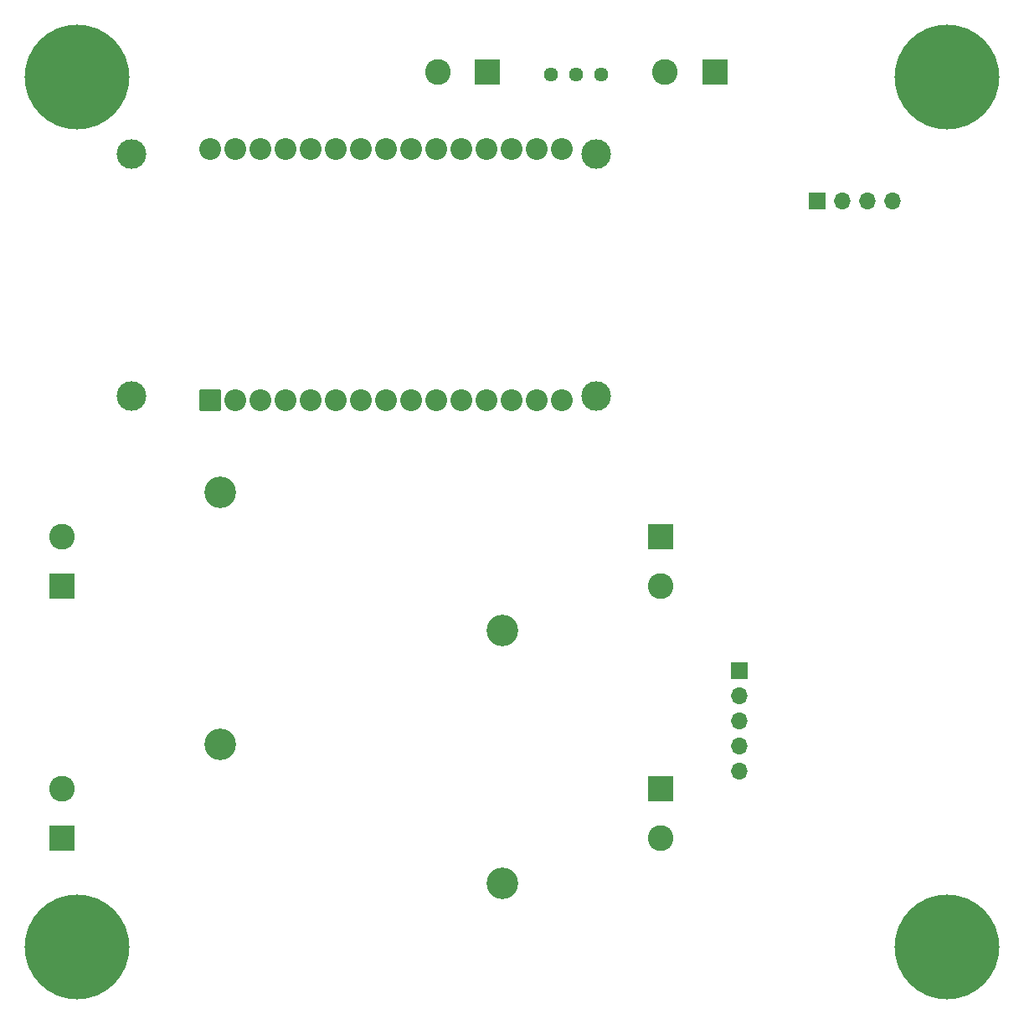
<source format=gbr>
%TF.GenerationSoftware,KiCad,Pcbnew,8.0.7*%
%TF.CreationDate,2025-03-24T14:38:58+07:00*%
%TF.ProjectId,esp32_getstok_testing,65737033-325f-4676-9574-73746f6b5f74,rev?*%
%TF.SameCoordinates,Original*%
%TF.FileFunction,Soldermask,Bot*%
%TF.FilePolarity,Negative*%
%FSLAX46Y46*%
G04 Gerber Fmt 4.6, Leading zero omitted, Abs format (unit mm)*
G04 Created by KiCad (PCBNEW 8.0.7) date 2025-03-24 14:38:58*
%MOMM*%
%LPD*%
G01*
G04 APERTURE LIST*
G04 Aperture macros list*
%AMRoundRect*
0 Rectangle with rounded corners*
0 $1 Rounding radius*
0 $2 $3 $4 $5 $6 $7 $8 $9 X,Y pos of 4 corners*
0 Add a 4 corners polygon primitive as box body*
4,1,4,$2,$3,$4,$5,$6,$7,$8,$9,$2,$3,0*
0 Add four circle primitives for the rounded corners*
1,1,$1+$1,$2,$3*
1,1,$1+$1,$4,$5*
1,1,$1+$1,$6,$7*
1,1,$1+$1,$8,$9*
0 Add four rect primitives between the rounded corners*
20,1,$1+$1,$2,$3,$4,$5,0*
20,1,$1+$1,$4,$5,$6,$7,0*
20,1,$1+$1,$6,$7,$8,$9,0*
20,1,$1+$1,$8,$9,$2,$3,0*%
G04 Aperture macros list end*
%ADD10R,2.600000X2.600000*%
%ADD11C,2.600000*%
%ADD12C,10.600000*%
%ADD13C,3.000000*%
%ADD14RoundRect,0.102000X1.000000X-1.000000X1.000000X1.000000X-1.000000X1.000000X-1.000000X-1.000000X0*%
%ADD15C,2.204000*%
%ADD16C,3.200000*%
%ADD17R,1.700000X1.700000*%
%ADD18O,1.700000X1.700000*%
%ADD19C,1.440000*%
G04 APERTURE END LIST*
D10*
%TO.C,J1*%
X235500000Y-55500000D03*
D11*
X230500000Y-55500000D03*
%TD*%
D12*
%TO.C,H7*%
X259000000Y-144000000D03*
%TD*%
%TO.C,H8*%
X171000000Y-144000000D03*
%TD*%
D10*
%TO.C,J6*%
X169500000Y-133000000D03*
D11*
X169500000Y-128000000D03*
%TD*%
D10*
%TO.C,J9*%
X169500000Y-107500000D03*
D11*
X169500000Y-102500000D03*
%TD*%
D10*
%TO.C,J8*%
X230000000Y-102500000D03*
D11*
X230000000Y-107500000D03*
%TD*%
D13*
%TO.C,U1*%
X176525000Y-88280000D03*
X223475000Y-88280000D03*
X176525000Y-63770000D03*
X223475000Y-63770000D03*
D14*
X184485000Y-88700000D03*
D15*
X187025000Y-88700000D03*
X189565000Y-88700000D03*
X192105000Y-88700000D03*
X194645000Y-88700000D03*
X197185000Y-88700000D03*
X199725000Y-88700000D03*
X202265000Y-88700000D03*
X204805000Y-88700000D03*
X207345000Y-88700000D03*
X209885000Y-88700000D03*
X212425000Y-88700000D03*
X214965000Y-88700000D03*
X217505000Y-88700000D03*
X220045000Y-88700000D03*
X220045000Y-63300000D03*
X217505000Y-63300000D03*
X214965000Y-63300000D03*
X212425000Y-63300000D03*
X209885000Y-63300000D03*
X207345000Y-63300000D03*
X204805000Y-63300000D03*
X202265000Y-63300000D03*
X199725000Y-63300000D03*
X197185000Y-63300000D03*
X194645000Y-63300000D03*
X192105000Y-63300000D03*
X189565000Y-63300000D03*
X187025000Y-63300000D03*
X184485000Y-63300000D03*
%TD*%
D10*
%TO.C,J4*%
X230000000Y-128000000D03*
D11*
X230000000Y-133000000D03*
%TD*%
D16*
%TO.C,H1*%
X185500000Y-123500000D03*
%TD*%
D17*
%TO.C,J7*%
X245880000Y-68500000D03*
D18*
X248420000Y-68500000D03*
X250960000Y-68500000D03*
X253500000Y-68500000D03*
%TD*%
D16*
%TO.C,H2*%
X214000000Y-137500000D03*
%TD*%
%TO.C,H4*%
X214000000Y-112000000D03*
%TD*%
D19*
%TO.C,RV1*%
X224000000Y-55725000D03*
X221460000Y-55725000D03*
X218920000Y-55725000D03*
%TD*%
D10*
%TO.C,J2*%
X212500000Y-55500000D03*
D11*
X207500000Y-55500000D03*
%TD*%
D17*
%TO.C,J10*%
X238000000Y-116000000D03*
D18*
X238000000Y-118540000D03*
X238000000Y-121080000D03*
X238000000Y-123620000D03*
X238000000Y-126160000D03*
%TD*%
D12*
%TO.C,H5*%
X171000000Y-56000000D03*
%TD*%
%TO.C,H6*%
X259000000Y-56000000D03*
%TD*%
D16*
%TO.C,H3*%
X185500000Y-98000000D03*
%TD*%
M02*

</source>
